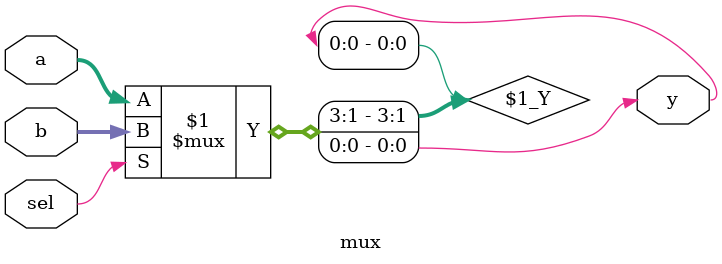
<source format=v>
`timescale 1ns / 1ps


module mux(input sel,input[3:0]a,b,output y);

 assign y = sel ? b:a;

endmodule

</source>
